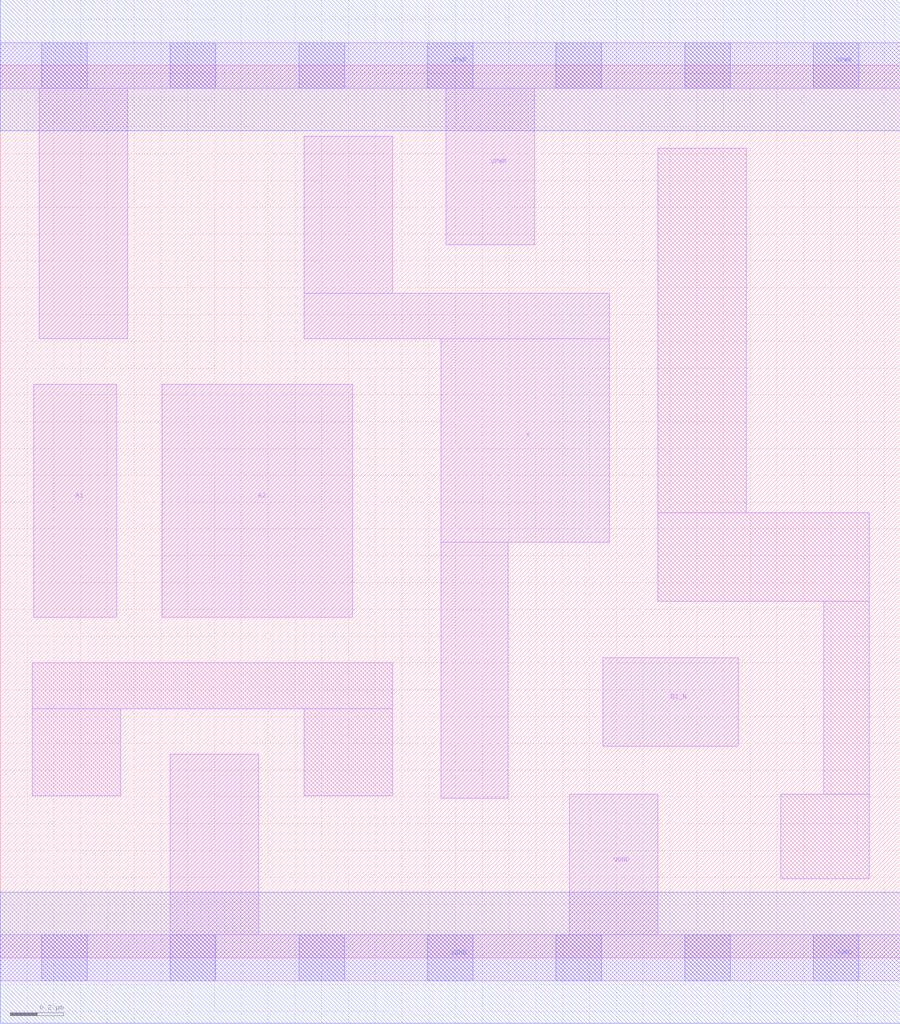
<source format=lef>
# Copyright 2020 The SkyWater PDK Authors
#
# Licensed under the Apache License, Version 2.0 (the "License");
# you may not use this file except in compliance with the License.
# You may obtain a copy of the License at
#
#     https://www.apache.org/licenses/LICENSE-2.0
#
# Unless required by applicable law or agreed to in writing, software
# distributed under the License is distributed on an "AS IS" BASIS,
# WITHOUT WARRANTIES OR CONDITIONS OF ANY KIND, either express or implied.
# See the License for the specific language governing permissions and
# limitations under the License.
#
# SPDX-License-Identifier: Apache-2.0

VERSION 5.7 ;
  NAMESCASESENSITIVE ON ;
  NOWIREEXTENSIONATPIN ON ;
  DIVIDERCHAR "/" ;
  BUSBITCHARS "[]" ;
UNITS
  DATABASE MICRONS 200 ;
END UNITS
MACRO sky130_fd_sc_lp__o21bai_lp
  CLASS CORE ;
  SOURCE USER ;
  FOREIGN sky130_fd_sc_lp__o21bai_lp ;
  ORIGIN  0.000000  0.000000 ;
  SIZE  3.360000 BY  3.330000 ;
  SYMMETRY X Y R90 ;
  SITE unit ;
  PIN A1
    ANTENNAGATEAREA  0.313000 ;
    DIRECTION INPUT ;
    USE SIGNAL ;
    PORT
      LAYER li1 ;
        RECT 0.125000 1.270000 0.435000 2.140000 ;
    END
  END A1
  PIN A2
    ANTENNAGATEAREA  0.313000 ;
    DIRECTION INPUT ;
    USE SIGNAL ;
    PORT
      LAYER li1 ;
        RECT 0.605000 1.270000 1.315000 2.140000 ;
    END
  END A2
  PIN B1_N
    ANTENNAGATEAREA  0.376000 ;
    DIRECTION INPUT ;
    USE SIGNAL ;
    PORT
      LAYER li1 ;
        RECT 2.250000 0.790000 2.755000 1.120000 ;
    END
  END B1_N
  PIN Y
    ANTENNADIFFAREA  0.399700 ;
    DIRECTION OUTPUT ;
    USE SIGNAL ;
    PORT
      LAYER li1 ;
        RECT 1.135000 2.310000 2.275000 2.480000 ;
        RECT 1.135000 2.480000 1.465000 3.065000 ;
        RECT 1.645000 0.595000 1.895000 1.550000 ;
        RECT 1.645000 1.550000 2.275000 2.310000 ;
    END
  END Y
  PIN VGND
    DIRECTION INOUT ;
    USE GROUND ;
    PORT
      LAYER li1 ;
        RECT 0.000000 -0.085000 3.360000 0.085000 ;
        RECT 0.635000  0.085000 0.965000 0.760000 ;
        RECT 2.125000  0.085000 2.455000 0.610000 ;
      LAYER mcon ;
        RECT 0.155000 -0.085000 0.325000 0.085000 ;
        RECT 0.635000 -0.085000 0.805000 0.085000 ;
        RECT 1.115000 -0.085000 1.285000 0.085000 ;
        RECT 1.595000 -0.085000 1.765000 0.085000 ;
        RECT 2.075000 -0.085000 2.245000 0.085000 ;
        RECT 2.555000 -0.085000 2.725000 0.085000 ;
        RECT 3.035000 -0.085000 3.205000 0.085000 ;
      LAYER met1 ;
        RECT 0.000000 -0.245000 3.360000 0.245000 ;
    END
  END VGND
  PIN VPWR
    DIRECTION INOUT ;
    USE POWER ;
    PORT
      LAYER li1 ;
        RECT 0.000000 3.245000 3.360000 3.415000 ;
        RECT 0.145000 2.310000 0.475000 3.245000 ;
        RECT 1.665000 2.660000 1.995000 3.245000 ;
      LAYER mcon ;
        RECT 0.155000 3.245000 0.325000 3.415000 ;
        RECT 0.635000 3.245000 0.805000 3.415000 ;
        RECT 1.115000 3.245000 1.285000 3.415000 ;
        RECT 1.595000 3.245000 1.765000 3.415000 ;
        RECT 2.075000 3.245000 2.245000 3.415000 ;
        RECT 2.555000 3.245000 2.725000 3.415000 ;
        RECT 3.035000 3.245000 3.205000 3.415000 ;
      LAYER met1 ;
        RECT 0.000000 3.085000 3.360000 3.575000 ;
    END
  END VPWR
  OBS
    LAYER li1 ;
      RECT 0.120000 0.605000 0.450000 0.930000 ;
      RECT 0.120000 0.930000 1.465000 1.100000 ;
      RECT 1.135000 0.605000 1.465000 0.930000 ;
      RECT 2.455000 1.330000 3.245000 1.660000 ;
      RECT 2.455000 1.660000 2.785000 3.020000 ;
      RECT 2.915000 0.295000 3.245000 0.610000 ;
      RECT 3.075000 0.610000 3.245000 1.330000 ;
  END
END sky130_fd_sc_lp__o21bai_lp

</source>
